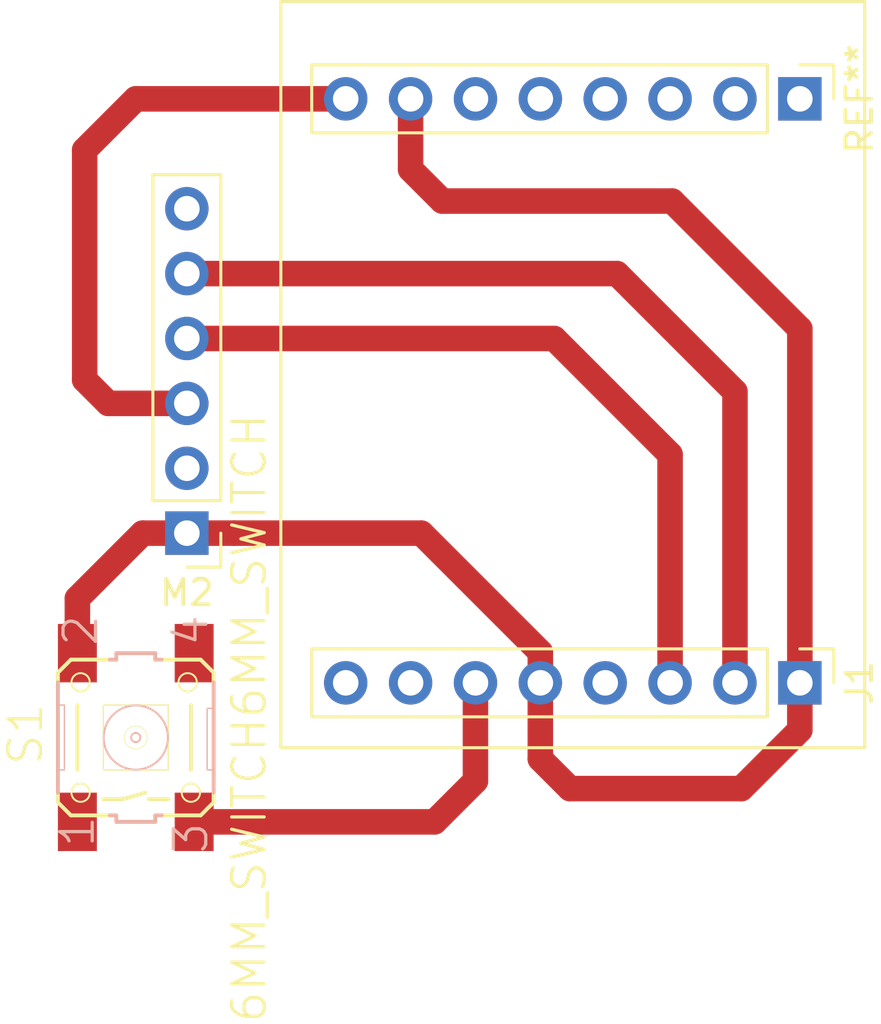
<source format=kicad_pcb>
(kicad_pcb (version 20171130) (host pcbnew "(5.1.5)-3")

  (general
    (thickness 1.6)
    (drawings 0)
    (tracks 31)
    (zones 0)
    (modules 3)
    (nets 16)
  )

  (page A4)
  (layers
    (0 F.Cu signal)
    (31 B.Cu signal)
    (32 B.Adhes user)
    (33 F.Adhes user)
    (34 B.Paste user)
    (35 F.Paste user)
    (36 B.SilkS user)
    (37 F.SilkS user)
    (38 B.Mask user)
    (39 F.Mask user)
    (40 Dwgs.User user)
    (41 Cmts.User user)
    (42 Eco1.User user)
    (43 Eco2.User user)
    (44 Edge.Cuts user)
    (45 Margin user)
    (46 B.CrtYd user)
    (47 F.CrtYd user)
    (48 B.Fab user)
    (49 F.Fab user)
  )

  (setup
    (last_trace_width 1)
    (trace_clearance 0.4)
    (zone_clearance 0.508)
    (zone_45_only no)
    (trace_min 0.2)
    (via_size 0.8)
    (via_drill 0.4)
    (via_min_size 0.4)
    (via_min_drill 0.3)
    (uvia_size 0.3)
    (uvia_drill 0.1)
    (uvias_allowed no)
    (uvia_min_size 0.2)
    (uvia_min_drill 0.1)
    (edge_width 0.05)
    (segment_width 0.2)
    (pcb_text_width 0.3)
    (pcb_text_size 1.5 1.5)
    (mod_edge_width 0.12)
    (mod_text_size 1 1)
    (mod_text_width 0.15)
    (pad_size 1.524 1.524)
    (pad_drill 0.762)
    (pad_to_mask_clearance 0.051)
    (solder_mask_min_width 0.25)
    (aux_axis_origin 254 106)
    (visible_elements 7FFFFFFF)
    (pcbplotparams
      (layerselection 0x00000_7fffffff)
      (usegerberextensions false)
      (usegerberattributes false)
      (usegerberadvancedattributes false)
      (creategerberjobfile false)
      (excludeedgelayer true)
      (linewidth 0.100000)
      (plotframeref false)
      (viasonmask false)
      (mode 1)
      (useauxorigin true)
      (hpglpennumber 1)
      (hpglpenspeed 20)
      (hpglpendiameter 15.000000)
      (psnegative false)
      (psa4output false)
      (plotreference true)
      (plotvalue true)
      (plotinvisibletext false)
      (padsonsilk false)
      (subtractmaskfromsilk false)
      (outputformat 1)
      (mirror false)
      (drillshape 0)
      (scaleselection 1)
      (outputdirectory "C:/Users/NKM Physics/Desktop/Física/2020/FABACADEMY/ESP32/"))
  )

  (net 0 "")
  (net 1 "Net-(J1-PadIO4)")
  (net 2 "Net-(J1-PadIO15)")
  (net 3 "Net-(J1-PadIO13)")
  (net 4 "Net-(J1-PadGND)")
  (net 5 "Net-(J1-PadIO12)")
  (net 6 "Net-(J1-Pad5V)")
  (net 7 "Net-(J1-PadIO2)")
  (net 8 "Net-(J1-PadIO14)")
  (net 9 "Net-(J1-Pad3V3)")
  (net 10 "Net-(J1-PadIO0)")
  (net 11 "Net-(J1-PadVCC)")
  (net 12 "Net-(J1-PadU0R)")
  (net 13 "Net-(J1-PadU0T)")
  (net 14 "Net-(M2-Pad6)")
  (net 15 "Net-(M2-Pad2)")

  (net_class Default "Esta es la clase de red por defecto."
    (clearance 0.4)
    (trace_width 1)
    (via_dia 0.8)
    (via_drill 0.4)
    (uvia_dia 0.3)
    (uvia_drill 0.1)
    (add_net "Net-(J1-Pad3V3)")
    (add_net "Net-(J1-Pad5V)")
    (add_net "Net-(J1-PadGND)")
    (add_net "Net-(J1-PadIO0)")
    (add_net "Net-(J1-PadIO12)")
    (add_net "Net-(J1-PadIO13)")
    (add_net "Net-(J1-PadIO14)")
    (add_net "Net-(J1-PadIO15)")
    (add_net "Net-(J1-PadIO2)")
    (add_net "Net-(J1-PadIO4)")
    (add_net "Net-(J1-PadU0R)")
    (add_net "Net-(J1-PadU0T)")
    (add_net "Net-(J1-PadVCC)")
    (add_net "Net-(M2-Pad2)")
    (add_net "Net-(M2-Pad6)")
  )

  (module fab:fab-6MM_SWITCH (layer F.Cu) (tedit 200000) (tstamp 5EF42901)
    (at 229 125 90)
    (descr "OMRON SWITCH")
    (tags "OMRON SWITCH")
    (path /5EF62BD8)
    (attr smd)
    (fp_text reference S1 (at 0.127 -4.318 90) (layer F.SilkS)
      (effects (font (size 1.27 1.27) (thickness 0.127)))
    )
    (fp_text value 6MM_SWITCH6MM_SWITCH (at 0.762 4.445 90) (layer F.SilkS)
      (effects (font (size 1.27 1.27) (thickness 0.127)))
    )
    (fp_text user 4 (at 4.191 2.159 90) (layer B.SilkS)
      (effects (font (size 1.27 1.27) (thickness 0.127)))
    )
    (fp_text user 3 (at -3.937 2.159 90) (layer B.SilkS)
      (effects (font (size 1.27 1.27) (thickness 0.127)))
    )
    (fp_text user 2 (at 4.191 -2.159 90) (layer B.SilkS)
      (effects (font (size 1.27 1.27) (thickness 0.127)))
    )
    (fp_text user 1 (at -3.683 -2.286 90) (layer B.SilkS)
      (effects (font (size 1.27 1.27) (thickness 0.127)))
    )
    (fp_circle (center 0 0) (end -0.127 0.127) (layer B.SilkS) (width 0.0762))
    (fp_circle (center 0 0) (end -0.3175 0.3175) (layer F.SilkS) (width 0.0254))
    (fp_circle (center -2.159 -2.159) (end -2.413 -2.413) (layer F.SilkS) (width 0.0762))
    (fp_circle (center 2.159 -2.159) (end 2.413 -2.413) (layer F.SilkS) (width 0.0762))
    (fp_circle (center 2.159 2.032) (end 2.413 2.286) (layer F.SilkS) (width 0.0762))
    (fp_circle (center -2.159 2.159) (end -2.413 2.413) (layer F.SilkS) (width 0.0762))
    (fp_circle (center 0 0) (end -0.889 0.889) (layer B.SilkS) (width 0.0762))
    (fp_line (start -2.413 -0.508) (end -2.159 0.381) (layer F.SilkS) (width 0.1524))
    (fp_line (start -2.413 0.508) (end -2.413 1.27) (layer F.SilkS) (width 0.1524))
    (fp_line (start -2.413 -1.27) (end -2.413 -0.508) (layer F.SilkS) (width 0.1524))
    (fp_line (start 1.27 -2.286) (end -1.27 -2.286) (layer F.SilkS) (width 0.1524))
    (fp_line (start -1.27 2.159) (end 1.27 2.159) (layer F.SilkS) (width 0.1524))
    (fp_line (start -3.048 -0.762) (end -3.048 -1.016) (layer B.SilkS) (width 0.1524))
    (fp_line (start -3.048 0.762) (end -3.048 1.016) (layer B.SilkS) (width 0.1524))
    (fp_line (start 3.048 -0.762) (end 3.048 -1.016) (layer B.SilkS) (width 0.1524))
    (fp_line (start 3.048 0.762) (end 3.048 1.016) (layer B.SilkS) (width 0.1524))
    (fp_line (start 1.143 3.048) (end 2.159 3.048) (layer B.SilkS) (width 0.1524))
    (fp_line (start -1.27 3.048) (end 1.143 3.048) (layer B.SilkS) (width 0.1524))
    (fp_line (start -1.27 -3.048) (end -2.159 -3.048) (layer B.SilkS) (width 0.1524))
    (fp_line (start 1.27 -3.048) (end -1.27 -3.048) (layer B.SilkS) (width 0.1524))
    (fp_line (start 2.159 -3.048) (end 1.27 -3.048) (layer B.SilkS) (width 0.1524))
    (fp_line (start 2.54 -3.048) (end 2.159 -3.048) (layer F.SilkS) (width 0.1524))
    (fp_line (start -2.54 -3.048) (end -2.159 -3.048) (layer F.SilkS) (width 0.1524))
    (fp_line (start -2.159 3.048) (end -1.27 3.048) (layer B.SilkS) (width 0.1524))
    (fp_line (start -2.54 3.048) (end -2.159 3.048) (layer F.SilkS) (width 0.1524))
    (fp_line (start 2.54 3.048) (end 2.159 3.048) (layer F.SilkS) (width 0.1524))
    (fp_line (start -1.27 2.794) (end -1.27 3.048) (layer B.SilkS) (width 0.0508))
    (fp_line (start 1.143 2.794) (end 1.143 3.048) (layer B.SilkS) (width 0.0508))
    (fp_line (start 1.143 2.794) (end -1.27 2.794) (layer B.SilkS) (width 0.0508))
    (fp_line (start 1.27 -2.794) (end 1.27 -3.048) (layer B.SilkS) (width 0.0508))
    (fp_line (start 1.27 -2.794) (end -1.27 -2.794) (layer B.SilkS) (width 0.0508))
    (fp_line (start -1.27 -3.048) (end -1.27 -2.794) (layer B.SilkS) (width 0.0508))
    (fp_line (start -1.27 -1.27) (end 1.27 -1.27) (layer F.SilkS) (width 0.0508))
    (fp_line (start 1.27 1.27) (end 1.27 -1.27) (layer F.SilkS) (width 0.0508))
    (fp_line (start 1.27 1.27) (end -1.27 1.27) (layer F.SilkS) (width 0.0508))
    (fp_line (start -1.27 -1.27) (end -1.27 1.27) (layer F.SilkS) (width 0.0508))
    (fp_line (start -3.048 2.54) (end -3.048 1.016) (layer F.SilkS) (width 0.1524))
    (fp_line (start -2.54 3.048) (end -3.048 2.54) (layer F.SilkS) (width 0.1524))
    (fp_line (start -3.048 -2.54) (end -3.048 -1.016) (layer F.SilkS) (width 0.1524))
    (fp_line (start -2.54 -3.048) (end -3.048 -2.54) (layer F.SilkS) (width 0.1524))
    (fp_line (start 3.048 2.54) (end 3.048 1.016) (layer F.SilkS) (width 0.1524))
    (fp_line (start 2.54 3.048) (end 3.048 2.54) (layer F.SilkS) (width 0.1524))
    (fp_line (start 3.048 -2.54) (end 2.54 -3.048) (layer F.SilkS) (width 0.1524))
    (fp_line (start -3.048 0.762) (end -3.302 0.762) (layer B.SilkS) (width 0.1524))
    (fp_line (start -3.302 -0.762) (end -3.302 0.762) (layer B.SilkS) (width 0.1524))
    (fp_line (start -3.302 -0.762) (end -3.048 -0.762) (layer B.SilkS) (width 0.1524))
    (fp_line (start 3.048 -1.016) (end 3.048 -2.54) (layer F.SilkS) (width 0.1524))
    (fp_line (start 3.048 -0.762) (end 3.302 -0.762) (layer B.SilkS) (width 0.1524))
    (fp_line (start 3.302 0.762) (end 3.302 -0.762) (layer B.SilkS) (width 0.1524))
    (fp_line (start 3.302 0.762) (end 3.048 0.762) (layer B.SilkS) (width 0.1524))
    (pad 4 smd rect (at 3.302 2.286 90) (size 2.286 1.524) (layers F.Cu F.Paste F.Mask)
      (net 10 "Net-(J1-PadIO0)"))
    (pad 3 smd rect (at -3.302 2.286 90) (size 2.286 1.524) (layers F.Cu F.Paste F.Mask)
      (net 10 "Net-(J1-PadIO0)"))
    (pad 2 smd rect (at 3.302 -2.286 90) (size 2.286 1.524) (layers F.Cu F.Paste F.Mask)
      (net 4 "Net-(J1-PadGND)"))
    (pad 1 smd rect (at -3.302 -2.286 90) (size 2.286 1.524) (layers F.Cu F.Paste F.Mask)
      (net 4 "Net-(J1-PadGND)"))
    (model ${KISYS3DMOD}/Button_Switch_SMD.3dshapes/SW_SPST_TL3342.wrl
      (at (xyz 0 0 0))
      (scale (xyz 1.2 1.2 1))
      (rotate (xyz 0 0 0))
    )
  )

  (module Connector_PinHeader_2.54mm:PinHeader_1x06_P2.54mm_Vertical (layer F.Cu) (tedit 59FED5CC) (tstamp 5EF41348)
    (at 231 117 180)
    (descr "Through hole straight pin header, 1x06, 2.54mm pitch, single row")
    (tags "Through hole pin header THT 1x06 2.54mm single row")
    (path /5EF56BE8)
    (fp_text reference M2 (at 0 -2.33) (layer F.SilkS)
      (effects (font (size 1 1) (thickness 0.15)))
    )
    (fp_text value FTDI-SMD-HEADER (at 0 15.03) (layer F.Fab)
      (effects (font (size 1 1) (thickness 0.15)))
    )
    (fp_text user %R (at 0 6.35 90) (layer F.Fab)
      (effects (font (size 1 1) (thickness 0.15)))
    )
    (fp_line (start 1.8 -1.8) (end -1.8 -1.8) (layer F.CrtYd) (width 0.05))
    (fp_line (start 1.8 14.5) (end 1.8 -1.8) (layer F.CrtYd) (width 0.05))
    (fp_line (start -1.8 14.5) (end 1.8 14.5) (layer F.CrtYd) (width 0.05))
    (fp_line (start -1.8 -1.8) (end -1.8 14.5) (layer F.CrtYd) (width 0.05))
    (fp_line (start -1.33 -1.33) (end 0 -1.33) (layer F.SilkS) (width 0.12))
    (fp_line (start -1.33 0) (end -1.33 -1.33) (layer F.SilkS) (width 0.12))
    (fp_line (start -1.33 1.27) (end 1.33 1.27) (layer F.SilkS) (width 0.12))
    (fp_line (start 1.33 1.27) (end 1.33 14.03) (layer F.SilkS) (width 0.12))
    (fp_line (start -1.33 1.27) (end -1.33 14.03) (layer F.SilkS) (width 0.12))
    (fp_line (start -1.33 14.03) (end 1.33 14.03) (layer F.SilkS) (width 0.12))
    (fp_line (start -1.27 -0.635) (end -0.635 -1.27) (layer F.Fab) (width 0.1))
    (fp_line (start -1.27 13.97) (end -1.27 -0.635) (layer F.Fab) (width 0.1))
    (fp_line (start 1.27 13.97) (end -1.27 13.97) (layer F.Fab) (width 0.1))
    (fp_line (start 1.27 -1.27) (end 1.27 13.97) (layer F.Fab) (width 0.1))
    (fp_line (start -0.635 -1.27) (end 1.27 -1.27) (layer F.Fab) (width 0.1))
    (pad 6 thru_hole oval (at 0 12.7 180) (size 1.7 1.7) (drill 1) (layers *.Cu *.Mask)
      (net 14 "Net-(M2-Pad6)"))
    (pad 5 thru_hole oval (at 0 10.16 180) (size 1.7 1.7) (drill 1) (layers *.Cu *.Mask)
      (net 13 "Net-(J1-PadU0T)"))
    (pad 4 thru_hole oval (at 0 7.62 180) (size 1.7 1.7) (drill 1) (layers *.Cu *.Mask)
      (net 12 "Net-(J1-PadU0R)"))
    (pad 3 thru_hole oval (at 0 5.08 180) (size 1.7 1.7) (drill 1) (layers *.Cu *.Mask)
      (net 6 "Net-(J1-Pad5V)"))
    (pad 2 thru_hole oval (at 0 2.54 180) (size 1.7 1.7) (drill 1) (layers *.Cu *.Mask)
      (net 15 "Net-(M2-Pad2)"))
    (pad 1 thru_hole rect (at 0 0 180) (size 1.7 1.7) (drill 1) (layers *.Cu *.Mask)
      (net 4 "Net-(J1-PadGND)"))
    (model ${KISYS3DMOD}/Connector_PinHeader_2.54mm.3dshapes/PinHeader_1x06_P2.54mm_Vertical.wrl
      (at (xyz 0 0 0))
      (scale (xyz 1 1 1))
      (rotate (xyz 0 0 0))
    )
  )

  (module fab:ESP32_CAM_FAB (layer F.Cu) (tedit 5EF3B18B) (tstamp 5EF41327)
    (at 255 100 270)
    (descr "Through hole straight pin header, 1x08, 2.54mm pitch, single row")
    (tags "Through hole pin header THT 1x08 2.54mm single row")
    (path /5EF58B2B)
    (fp_text reference J1 (at 22.86 -2.33 90) (layer F.SilkS)
      (effects (font (size 1 1) (thickness 0.15)))
    )
    (fp_text value ESP32_CAM (at 12.7 8.89 90) (layer F.Fab)
      (effects (font (size 1 1) (thickness 0.15)))
    )
    (fp_line (start 25.4 -2.54) (end -3.81 -2.54) (layer F.SilkS) (width 0.12))
    (fp_line (start 25.4 20.32) (end 25.4 -2.54) (layer F.SilkS) (width 0.12))
    (fp_line (start -3.81 20.32) (end 25.4 20.32) (layer F.SilkS) (width 0.12))
    (fp_line (start -3.81 -2.54) (end -3.81 20.32) (layer F.SilkS) (width 0.12))
    (fp_line (start 1.27 -1.27) (end 1.27 19.05) (layer F.Fab) (width 0.1))
    (fp_line (start 1.27 19.05) (end -1.27 19.05) (layer F.Fab) (width 0.1))
    (fp_line (start -0.635 -1.27) (end 1.27 -1.27) (layer F.Fab) (width 0.1))
    (fp_line (start -1.27 19.05) (end -1.27 -0.635) (layer F.Fab) (width 0.1))
    (fp_line (start -1.27 -0.635) (end -0.635 -1.27) (layer F.Fab) (width 0.1))
    (fp_line (start -1.33 19.11) (end 1.33 19.11) (layer F.SilkS) (width 0.12))
    (fp_line (start -1.33 1.27) (end -1.33 19.11) (layer F.SilkS) (width 0.12))
    (fp_line (start -1.33 1.27) (end 1.33 1.27) (layer F.SilkS) (width 0.12))
    (fp_line (start -1.33 0) (end -1.33 -1.33) (layer F.SilkS) (width 0.12))
    (fp_line (start -1.33 -1.33) (end 0 -1.33) (layer F.SilkS) (width 0.12))
    (fp_line (start -1.8 -1.8) (end -1.8 19.55) (layer F.CrtYd) (width 0.05))
    (fp_line (start -1.8 19.55) (end 1.8 19.55) (layer F.CrtYd) (width 0.05))
    (fp_line (start 1.8 19.55) (end 1.8 -1.8) (layer F.CrtYd) (width 0.05))
    (fp_line (start 1.33 1.27) (end 1.33 19.11) (layer F.SilkS) (width 0.12))
    (fp_line (start 1.8 -1.8) (end -1.8 -1.8) (layer F.CrtYd) (width 0.05))
    (fp_text user REF** (at 0 -2.33 90) (layer F.SilkS)
      (effects (font (size 1 1) (thickness 0.15)))
    )
    (fp_text user %R (at 3.81 11.43) (layer F.Fab)
      (effects (font (size 1 1) (thickness 0.15)))
    )
    (fp_text user %R (at 15.24 13.97) (layer F.Fab)
      (effects (font (size 1 1) (thickness 0.15)))
    )
    (fp_line (start 24.66 -1.8) (end 21.06 -1.8) (layer F.CrtYd) (width 0.05))
    (fp_line (start 24.66 19.55) (end 24.66 -1.8) (layer F.CrtYd) (width 0.05))
    (fp_line (start 21.06 19.55) (end 24.66 19.55) (layer F.CrtYd) (width 0.05))
    (fp_line (start 21.06 -1.8) (end 21.06 19.55) (layer F.CrtYd) (width 0.05))
    (fp_line (start 21.53 -1.33) (end 22.86 -1.33) (layer F.SilkS) (width 0.12))
    (fp_line (start 21.53 0) (end 21.53 -1.33) (layer F.SilkS) (width 0.12))
    (fp_line (start 21.53 1.27) (end 24.19 1.27) (layer F.SilkS) (width 0.12))
    (fp_line (start 24.19 1.27) (end 24.19 19.11) (layer F.SilkS) (width 0.12))
    (fp_line (start 21.53 1.27) (end 21.53 19.11) (layer F.SilkS) (width 0.12))
    (fp_line (start 21.53 19.11) (end 24.19 19.11) (layer F.SilkS) (width 0.12))
    (fp_line (start 21.59 -0.635) (end 22.225 -1.27) (layer F.Fab) (width 0.1))
    (fp_line (start 21.59 19.05) (end 21.59 -0.635) (layer F.Fab) (width 0.1))
    (fp_line (start 24.13 19.05) (end 21.59 19.05) (layer F.Fab) (width 0.1))
    (fp_line (start 24.13 -1.27) (end 24.13 19.05) (layer F.Fab) (width 0.1))
    (fp_line (start 22.225 -1.27) (end 24.13 -1.27) (layer F.Fab) (width 0.1))
    (pad IO4 thru_hole rect (at 0 0 270) (size 1.7 1.7) (drill 1) (layers *.Cu *.Mask)
      (net 1 "Net-(J1-PadIO4)"))
    (pad IO15 thru_hole oval (at 0 7.62 270) (size 1.7 1.7) (drill 1) (layers *.Cu *.Mask)
      (net 2 "Net-(J1-PadIO15)"))
    (pad IO13 thru_hole oval (at 0 10.16 270) (size 1.7 1.7) (drill 1) (layers *.Cu *.Mask)
      (net 3 "Net-(J1-PadIO13)"))
    (pad GND thru_hole oval (at 0 15.24 270) (size 1.7 1.7) (drill 1) (layers *.Cu *.Mask)
      (net 4 "Net-(J1-PadGND)"))
    (pad IO12 thru_hole oval (at 0 12.7 270) (size 1.7 1.7) (drill 1) (layers *.Cu *.Mask)
      (net 5 "Net-(J1-PadIO12)"))
    (pad 5V thru_hole oval (at 0 17.78 270) (size 1.7 1.7) (drill 1) (layers *.Cu *.Mask)
      (net 6 "Net-(J1-Pad5V)"))
    (pad IO2 thru_hole oval (at 0 2.54 270) (size 1.7 1.7) (drill 1) (layers *.Cu *.Mask)
      (net 7 "Net-(J1-PadIO2)"))
    (pad IO14 thru_hole oval (at 0 5.08 270) (size 1.7 1.7) (drill 1) (layers *.Cu *.Mask)
      (net 8 "Net-(J1-PadIO14)"))
    (pad 3V3 thru_hole oval (at 22.86 17.78 270) (size 1.7 1.7) (drill 1) (layers *.Cu *.Mask)
      (net 9 "Net-(J1-Pad3V3)"))
    (pad O16 thru_hole oval (at 22.86 15.24 270) (size 1.7 1.7) (drill 1) (layers *.Cu *.Mask))
    (pad IO0 thru_hole oval (at 22.86 12.7 270) (size 1.7 1.7) (drill 1) (layers *.Cu *.Mask)
      (net 10 "Net-(J1-PadIO0)"))
    (pad GND thru_hole oval (at 22.86 10.16 270) (size 1.7 1.7) (drill 1) (layers *.Cu *.Mask)
      (net 4 "Net-(J1-PadGND)"))
    (pad VCC thru_hole oval (at 22.86 7.62 270) (size 1.7 1.7) (drill 1) (layers *.Cu *.Mask)
      (net 11 "Net-(J1-PadVCC)"))
    (pad U0R thru_hole oval (at 22.86 5.08 270) (size 1.7 1.7) (drill 1) (layers *.Cu *.Mask)
      (net 12 "Net-(J1-PadU0R)"))
    (pad U0T thru_hole oval (at 22.86 2.54 270) (size 1.7 1.7) (drill 1) (layers *.Cu *.Mask)
      (net 13 "Net-(J1-PadU0T)"))
    (pad GND thru_hole rect (at 22.86 0 270) (size 1.7 1.7) (drill 1) (layers *.Cu *.Mask)
      (net 4 "Net-(J1-PadGND)"))
    (model ${KISYS3DMOD}/Connector_PinSocket_2.54mm.3dshapes/PinSocket_1x08_P2.54mm_Vertical.wrl
      (offset (xyz 0 0 -1.5))
      (scale (xyz 1 1 1))
      (rotate (xyz 0 -180 0))
    )
    (model ${KISYS3DMOD}/Connector_PinSocket_2.54mm.3dshapes/PinSocket_1x08_P2.54mm_Vertical.wrl
      (offset (xyz 22.5 0 -1.5))
      (scale (xyz 1 1 1))
      (rotate (xyz 0 -180 0))
    )
  )

  (segment (start 239.76 100) (end 239.76 102.76) (width 1) (layer F.Cu) (net 4))
  (segment (start 239.76 102.76) (end 241 104) (width 1) (layer F.Cu) (net 4))
  (segment (start 241 104) (end 250 104) (width 1) (layer F.Cu) (net 4))
  (segment (start 255 109) (end 255 122.86) (width 1) (layer F.Cu) (net 4))
  (segment (start 250 104) (end 255 109) (width 1) (layer F.Cu) (net 4))
  (segment (start 255 124.71) (end 252.71 127) (width 1) (layer F.Cu) (net 4))
  (segment (start 255 122.86) (end 255 124.71) (width 1) (layer F.Cu) (net 4))
  (segment (start 252.71 127) (end 246 127) (width 1) (layer F.Cu) (net 4))
  (segment (start 244.84 125.84) (end 244.84 122.86) (width 1) (layer F.Cu) (net 4))
  (segment (start 246 127) (end 244.84 125.84) (width 1) (layer F.Cu) (net 4))
  (segment (start 240.182081 117) (end 232.85 117) (width 1) (layer F.Cu) (net 4))
  (segment (start 244.84 121.657919) (end 240.182081 117) (width 1) (layer F.Cu) (net 4))
  (segment (start 232.85 117) (end 231 117) (width 1) (layer F.Cu) (net 4))
  (segment (start 244.84 122.86) (end 244.84 121.657919) (width 1) (layer F.Cu) (net 4))
  (segment (start 226.714 119.555) (end 229.269 117) (width 1) (layer F.Cu) (net 4))
  (segment (start 226.714 121.698) (end 226.714 119.555) (width 1) (layer F.Cu) (net 4))
  (segment (start 229.269 117) (end 231 117) (width 1) (layer F.Cu) (net 4))
  (segment (start 227.92 111.92) (end 231 111.92) (width 1) (layer F.Cu) (net 6))
  (segment (start 227 111) (end 227.92 111.92) (width 1) (layer F.Cu) (net 6))
  (segment (start 227 102) (end 227 111) (width 1) (layer F.Cu) (net 6))
  (segment (start 237.22 100) (end 229 100) (width 1) (layer F.Cu) (net 6))
  (segment (start 229 100) (end 227 102) (width 1) (layer F.Cu) (net 6))
  (segment (start 242.3 122.86) (end 242.3 126.7) (width 1) (layer F.Cu) (net 10))
  (segment (start 240.698 128.302) (end 231.286 128.302) (width 1) (layer F.Cu) (net 10))
  (segment (start 242.3 126.7) (end 240.698 128.302) (width 1) (layer F.Cu) (net 10))
  (segment (start 249.92 122.86) (end 249.92 113.92) (width 1) (layer F.Cu) (net 12))
  (segment (start 245.38 109.38) (end 231 109.38) (width 1) (layer F.Cu) (net 12))
  (segment (start 249.92 113.92) (end 245.38 109.38) (width 1) (layer F.Cu) (net 12))
  (segment (start 252.46 122.86) (end 252.46 111.46) (width 1) (layer F.Cu) (net 13))
  (segment (start 247.84 106.84) (end 231 106.84) (width 1) (layer F.Cu) (net 13))
  (segment (start 252.46 111.46) (end 247.84 106.84) (width 1) (layer F.Cu) (net 13))

)

</source>
